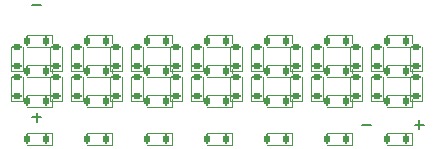
<source format=gto>
G04 #@! TF.GenerationSoftware,KiCad,Pcbnew,(6.0.0)*
G04 #@! TF.CreationDate,2022-11-09T00:21:30-05:00*
G04 #@! TF.ProjectId,0603 display board,30363033-2064-4697-9370-6c617920626f,rev?*
G04 #@! TF.SameCoordinates,Original*
G04 #@! TF.FileFunction,Legend,Top*
G04 #@! TF.FilePolarity,Positive*
%FSLAX46Y46*%
G04 Gerber Fmt 4.6, Leading zero omitted, Abs format (unit mm)*
G04 Created by KiCad (PCBNEW (6.0.0)) date 2022-11-09 00:21:30*
%MOMM*%
%LPD*%
G01*
G04 APERTURE LIST*
G04 Aperture macros list*
%AMRoundRect*
0 Rectangle with rounded corners*
0 $1 Rounding radius*
0 $2 $3 $4 $5 $6 $7 $8 $9 X,Y pos of 4 corners*
0 Add a 4 corners polygon primitive as box body*
4,1,4,$2,$3,$4,$5,$6,$7,$8,$9,$2,$3,0*
0 Add four circle primitives for the rounded corners*
1,1,$1+$1,$2,$3*
1,1,$1+$1,$4,$5*
1,1,$1+$1,$6,$7*
1,1,$1+$1,$8,$9*
0 Add four rect primitives between the rounded corners*
20,1,$1+$1,$2,$3,$4,$5,0*
20,1,$1+$1,$4,$5,$6,$7,0*
20,1,$1+$1,$6,$7,$8,$9,0*
20,1,$1+$1,$8,$9,$2,$3,0*%
G04 Aperture macros list end*
%ADD10C,0.150000*%
%ADD11C,0.120000*%
%ADD12RoundRect,0.125000X0.275000X-0.125000X0.275000X0.125000X-0.275000X0.125000X-0.275000X-0.125000X0*%
%ADD13RoundRect,0.125000X0.125000X0.275000X-0.125000X0.275000X-0.125000X-0.275000X0.125000X-0.275000X0*%
%ADD14R,1.700000X1.700000*%
%ADD15O,1.700000X1.700000*%
G04 APERTURE END LIST*
D10*
X134874047Y-83256428D02*
X135635952Y-83256428D01*
X134874047Y-92781428D02*
X135635952Y-92781428D01*
X135255000Y-93162380D02*
X135255000Y-92400476D01*
X167259047Y-93416428D02*
X168020952Y-93416428D01*
X167640000Y-93797380D02*
X167640000Y-93035476D01*
X162814047Y-93416428D02*
X163575952Y-93416428D01*
D11*
X148336000Y-91440000D02*
X149352000Y-91440000D01*
X149352000Y-91440000D02*
X149352000Y-89370000D01*
X148336000Y-89370000D02*
X148336000Y-91440000D01*
X141605000Y-94107000D02*
X139535000Y-94107000D01*
X141605000Y-95123000D02*
X141605000Y-94107000D01*
X139535000Y-95123000D02*
X141605000Y-95123000D01*
X154775000Y-89408000D02*
X156845000Y-89408000D01*
X156845000Y-88392000D02*
X154775000Y-88392000D01*
X156845000Y-89408000D02*
X156845000Y-88392000D01*
X167005000Y-95123000D02*
X167005000Y-94107000D01*
X167005000Y-94107000D02*
X164935000Y-94107000D01*
X164935000Y-95123000D02*
X167005000Y-95123000D01*
X151765000Y-90932000D02*
X149695000Y-90932000D01*
X151765000Y-91948000D02*
X151765000Y-90932000D01*
X149695000Y-91948000D02*
X151765000Y-91948000D01*
X157734000Y-88900000D02*
X157734000Y-86830000D01*
X156718000Y-86830000D02*
X156718000Y-88900000D01*
X156718000Y-88900000D02*
X157734000Y-88900000D01*
X136525000Y-95123000D02*
X136525000Y-94107000D01*
X136525000Y-94107000D02*
X134455000Y-94107000D01*
X134455000Y-95123000D02*
X136525000Y-95123000D01*
X148336000Y-86830000D02*
X148336000Y-88900000D01*
X149352000Y-88900000D02*
X149352000Y-86830000D01*
X148336000Y-88900000D02*
X149352000Y-88900000D01*
X134455000Y-91948000D02*
X136525000Y-91948000D01*
X136525000Y-90932000D02*
X134455000Y-90932000D01*
X136525000Y-91948000D02*
X136525000Y-90932000D01*
X137414000Y-91440000D02*
X137414000Y-89370000D01*
X136398000Y-91440000D02*
X137414000Y-91440000D01*
X136398000Y-89370000D02*
X136398000Y-91440000D01*
X167005000Y-91948000D02*
X167005000Y-90932000D01*
X167005000Y-90932000D02*
X164935000Y-90932000D01*
X164935000Y-91948000D02*
X167005000Y-91948000D01*
X146558000Y-86830000D02*
X146558000Y-88900000D01*
X147574000Y-88900000D02*
X147574000Y-86830000D01*
X146558000Y-88900000D02*
X147574000Y-88900000D01*
X156845000Y-95123000D02*
X156845000Y-94107000D01*
X154775000Y-95123000D02*
X156845000Y-95123000D01*
X156845000Y-94107000D02*
X154775000Y-94107000D01*
X143256000Y-86830000D02*
X143256000Y-88900000D01*
X144272000Y-88900000D02*
X144272000Y-86830000D01*
X143256000Y-88900000D02*
X144272000Y-88900000D01*
X167005000Y-86868000D02*
X167005000Y-85852000D01*
X167005000Y-85852000D02*
X164935000Y-85852000D01*
X164935000Y-86868000D02*
X167005000Y-86868000D01*
X146685000Y-90932000D02*
X144615000Y-90932000D01*
X144615000Y-91948000D02*
X146685000Y-91948000D01*
X146685000Y-91948000D02*
X146685000Y-90932000D01*
X149695000Y-89408000D02*
X151765000Y-89408000D01*
X151765000Y-88392000D02*
X149695000Y-88392000D01*
X151765000Y-89408000D02*
X151765000Y-88392000D01*
X158496000Y-88900000D02*
X159512000Y-88900000D01*
X159512000Y-88900000D02*
X159512000Y-86830000D01*
X158496000Y-86830000D02*
X158496000Y-88900000D01*
X133096000Y-91440000D02*
X134112000Y-91440000D01*
X134112000Y-91440000D02*
X134112000Y-89370000D01*
X133096000Y-89370000D02*
X133096000Y-91440000D01*
X136525000Y-88392000D02*
X134455000Y-88392000D01*
X134455000Y-89408000D02*
X136525000Y-89408000D01*
X136525000Y-89408000D02*
X136525000Y-88392000D01*
X146685000Y-94107000D02*
X144615000Y-94107000D01*
X146685000Y-95123000D02*
X146685000Y-94107000D01*
X144615000Y-95123000D02*
X146685000Y-95123000D01*
X162814000Y-91440000D02*
X162814000Y-89370000D01*
X161798000Y-91440000D02*
X162814000Y-91440000D01*
X161798000Y-89370000D02*
X161798000Y-91440000D01*
X149695000Y-86868000D02*
X151765000Y-86868000D01*
X151765000Y-85852000D02*
X149695000Y-85852000D01*
X151765000Y-86868000D02*
X151765000Y-85852000D01*
X151638000Y-89370000D02*
X151638000Y-91440000D01*
X151638000Y-91440000D02*
X152654000Y-91440000D01*
X152654000Y-91440000D02*
X152654000Y-89370000D01*
X144272000Y-91440000D02*
X144272000Y-89370000D01*
X143256000Y-89370000D02*
X143256000Y-91440000D01*
X143256000Y-91440000D02*
X144272000Y-91440000D01*
X146685000Y-86868000D02*
X146685000Y-85852000D01*
X146685000Y-85852000D02*
X144615000Y-85852000D01*
X144615000Y-86868000D02*
X146685000Y-86868000D01*
X159855000Y-95123000D02*
X161925000Y-95123000D01*
X161925000Y-94107000D02*
X159855000Y-94107000D01*
X161925000Y-95123000D02*
X161925000Y-94107000D01*
X139192000Y-91440000D02*
X139192000Y-89370000D01*
X138176000Y-91440000D02*
X139192000Y-91440000D01*
X138176000Y-89370000D02*
X138176000Y-91440000D01*
X163576000Y-86830000D02*
X163576000Y-88900000D01*
X164592000Y-88900000D02*
X164592000Y-86830000D01*
X163576000Y-88900000D02*
X164592000Y-88900000D01*
X154432000Y-88900000D02*
X154432000Y-86830000D01*
X153416000Y-88900000D02*
X154432000Y-88900000D01*
X153416000Y-86830000D02*
X153416000Y-88900000D01*
X166878000Y-86830000D02*
X166878000Y-88900000D01*
X167894000Y-88900000D02*
X167894000Y-86830000D01*
X166878000Y-88900000D02*
X167894000Y-88900000D01*
X156845000Y-90932000D02*
X154775000Y-90932000D01*
X156845000Y-91948000D02*
X156845000Y-90932000D01*
X154775000Y-91948000D02*
X156845000Y-91948000D01*
X151765000Y-95123000D02*
X151765000Y-94107000D01*
X151765000Y-94107000D02*
X149695000Y-94107000D01*
X149695000Y-95123000D02*
X151765000Y-95123000D01*
X139535000Y-86868000D02*
X141605000Y-86868000D01*
X141605000Y-86868000D02*
X141605000Y-85852000D01*
X141605000Y-85852000D02*
X139535000Y-85852000D01*
X136525000Y-86868000D02*
X136525000Y-85852000D01*
X134455000Y-86868000D02*
X136525000Y-86868000D01*
X136525000Y-85852000D02*
X134455000Y-85852000D01*
X157734000Y-91440000D02*
X157734000Y-89370000D01*
X156718000Y-91440000D02*
X157734000Y-91440000D01*
X156718000Y-89370000D02*
X156718000Y-91440000D01*
X133096000Y-86830000D02*
X133096000Y-88900000D01*
X133096000Y-88900000D02*
X134112000Y-88900000D01*
X134112000Y-88900000D02*
X134112000Y-86830000D01*
X166878000Y-91440000D02*
X167894000Y-91440000D01*
X166878000Y-89370000D02*
X166878000Y-91440000D01*
X167894000Y-91440000D02*
X167894000Y-89370000D01*
X141605000Y-88392000D02*
X139535000Y-88392000D01*
X141605000Y-89408000D02*
X141605000Y-88392000D01*
X139535000Y-89408000D02*
X141605000Y-89408000D01*
X161925000Y-90932000D02*
X159855000Y-90932000D01*
X159855000Y-91948000D02*
X161925000Y-91948000D01*
X161925000Y-91948000D02*
X161925000Y-90932000D01*
X146685000Y-89408000D02*
X146685000Y-88392000D01*
X144615000Y-89408000D02*
X146685000Y-89408000D01*
X146685000Y-88392000D02*
X144615000Y-88392000D01*
X151638000Y-88900000D02*
X152654000Y-88900000D01*
X151638000Y-86830000D02*
X151638000Y-88900000D01*
X152654000Y-88900000D02*
X152654000Y-86830000D01*
X162814000Y-88900000D02*
X162814000Y-86830000D01*
X161798000Y-86830000D02*
X161798000Y-88900000D01*
X161798000Y-88900000D02*
X162814000Y-88900000D01*
X158496000Y-89370000D02*
X158496000Y-91440000D01*
X159512000Y-91440000D02*
X159512000Y-89370000D01*
X158496000Y-91440000D02*
X159512000Y-91440000D01*
X141478000Y-91440000D02*
X142494000Y-91440000D01*
X142494000Y-91440000D02*
X142494000Y-89370000D01*
X141478000Y-89370000D02*
X141478000Y-91440000D01*
X146558000Y-89370000D02*
X146558000Y-91440000D01*
X147574000Y-91440000D02*
X147574000Y-89370000D01*
X146558000Y-91440000D02*
X147574000Y-91440000D01*
X142494000Y-88900000D02*
X142494000Y-86830000D01*
X141478000Y-88900000D02*
X142494000Y-88900000D01*
X141478000Y-86830000D02*
X141478000Y-88900000D01*
X161925000Y-89408000D02*
X161925000Y-88392000D01*
X161925000Y-88392000D02*
X159855000Y-88392000D01*
X159855000Y-89408000D02*
X161925000Y-89408000D01*
X136398000Y-86830000D02*
X136398000Y-88900000D01*
X136398000Y-88900000D02*
X137414000Y-88900000D01*
X137414000Y-88900000D02*
X137414000Y-86830000D01*
X163576000Y-91440000D02*
X164592000Y-91440000D01*
X163576000Y-89370000D02*
X163576000Y-91440000D01*
X164592000Y-91440000D02*
X164592000Y-89370000D01*
X139192000Y-88900000D02*
X139192000Y-86830000D01*
X138176000Y-88900000D02*
X139192000Y-88900000D01*
X138176000Y-86830000D02*
X138176000Y-88900000D01*
X154432000Y-91440000D02*
X154432000Y-89370000D01*
X153416000Y-89370000D02*
X153416000Y-91440000D01*
X153416000Y-91440000D02*
X154432000Y-91440000D01*
X161925000Y-86868000D02*
X161925000Y-85852000D01*
X159855000Y-86868000D02*
X161925000Y-86868000D01*
X161925000Y-85852000D02*
X159855000Y-85852000D01*
X164935000Y-89408000D02*
X167005000Y-89408000D01*
X167005000Y-88392000D02*
X164935000Y-88392000D01*
X167005000Y-89408000D02*
X167005000Y-88392000D01*
X156845000Y-86868000D02*
X156845000Y-85852000D01*
X154775000Y-86868000D02*
X156845000Y-86868000D01*
X156845000Y-85852000D02*
X154775000Y-85852000D01*
X141605000Y-90932000D02*
X139535000Y-90932000D01*
X139535000Y-91948000D02*
X141605000Y-91948000D01*
X141605000Y-91948000D02*
X141605000Y-90932000D01*
%LPC*%
D12*
X148844000Y-90957500D03*
X148844000Y-89382500D03*
D13*
X141122500Y-94615000D03*
X139547500Y-94615000D03*
X156362500Y-88900000D03*
X154787500Y-88900000D03*
X166522500Y-94615000D03*
X164947500Y-94615000D03*
X151282500Y-91440000D03*
X149707500Y-91440000D03*
D12*
X157226000Y-88417500D03*
X157226000Y-86842500D03*
D13*
X136042500Y-94615000D03*
X134467500Y-94615000D03*
D12*
X148844000Y-88417500D03*
X148844000Y-86842500D03*
D13*
X136042500Y-91440000D03*
X134467500Y-91440000D03*
D12*
X136906000Y-90957500D03*
X136906000Y-89382500D03*
D13*
X166522500Y-91440000D03*
X164947500Y-91440000D03*
D12*
X147066000Y-88417500D03*
X147066000Y-86842500D03*
D13*
X156362500Y-94615000D03*
X154787500Y-94615000D03*
D12*
X143764000Y-88417500D03*
X143764000Y-86842500D03*
D13*
X166522500Y-86360000D03*
X164947500Y-86360000D03*
X146202500Y-91440000D03*
X144627500Y-91440000D03*
X151282500Y-88900000D03*
X149707500Y-88900000D03*
D12*
X159004000Y-88417500D03*
X159004000Y-86842500D03*
X133604000Y-90957500D03*
X133604000Y-89382500D03*
D13*
X136042500Y-88900000D03*
X134467500Y-88900000D03*
X146202500Y-94615000D03*
X144627500Y-94615000D03*
D12*
X162306000Y-90957500D03*
X162306000Y-89382500D03*
D13*
X151282500Y-86360000D03*
X149707500Y-86360000D03*
D12*
X152146000Y-90957500D03*
X152146000Y-89382500D03*
X143764000Y-90957500D03*
X143764000Y-89382500D03*
D13*
X146202500Y-86360000D03*
X144627500Y-86360000D03*
X161442500Y-94615000D03*
X159867500Y-94615000D03*
D12*
X138684000Y-90957500D03*
X138684000Y-89382500D03*
X164084000Y-88417500D03*
X164084000Y-86842500D03*
X153924000Y-88417500D03*
X153924000Y-86842500D03*
X167386000Y-88417500D03*
X167386000Y-86842500D03*
D13*
X156362500Y-91440000D03*
X154787500Y-91440000D03*
X151282500Y-94615000D03*
X149707500Y-94615000D03*
X141122500Y-86360000D03*
X139547500Y-86360000D03*
X136042500Y-86360000D03*
X134467500Y-86360000D03*
D12*
X157226000Y-90957500D03*
X157226000Y-89382500D03*
X133604000Y-88417500D03*
X133604000Y-86842500D03*
X167386000Y-90957500D03*
X167386000Y-89382500D03*
D13*
X141122500Y-88900000D03*
X139547500Y-88900000D03*
X161442500Y-91440000D03*
X159867500Y-91440000D03*
X146202500Y-88900000D03*
X144627500Y-88900000D03*
D12*
X152146000Y-88417500D03*
X152146000Y-86842500D03*
X162306000Y-88417500D03*
X162306000Y-86842500D03*
X159004000Y-90957500D03*
X159004000Y-89382500D03*
X141986000Y-90957500D03*
X141986000Y-89382500D03*
X147066000Y-90957500D03*
X147066000Y-89382500D03*
X141986000Y-88417500D03*
X141986000Y-86842500D03*
D13*
X161442500Y-88900000D03*
X159867500Y-88900000D03*
D12*
X136906000Y-88417500D03*
X136906000Y-86842500D03*
X164084000Y-90957500D03*
X164084000Y-89382500D03*
X138684000Y-88417500D03*
X138684000Y-86842500D03*
X153924000Y-90957500D03*
X153924000Y-89382500D03*
D13*
X161442500Y-86360000D03*
X159867500Y-86360000D03*
X166522500Y-88900000D03*
X164947500Y-88900000D03*
X156362500Y-86360000D03*
X154787500Y-86360000D03*
X141122500Y-91440000D03*
X139547500Y-91440000D03*
D14*
X166885000Y-98400000D03*
D15*
X164345000Y-98400000D03*
X161805000Y-98400000D03*
X159265000Y-98400000D03*
X156725000Y-98400000D03*
X154185000Y-98400000D03*
X151645000Y-98400000D03*
X149105000Y-98400000D03*
X146565000Y-98400000D03*
X144025000Y-98400000D03*
X141485000Y-98400000D03*
X138945000Y-98400000D03*
X136405000Y-98400000D03*
X133865000Y-98400000D03*
D14*
X166885000Y-84550000D03*
D15*
X164345000Y-84550000D03*
X161805000Y-84550000D03*
X159265000Y-84550000D03*
X156725000Y-84550000D03*
X154185000Y-84550000D03*
X151645000Y-84550000D03*
X149105000Y-84550000D03*
X146565000Y-84550000D03*
X144025000Y-84550000D03*
X141485000Y-84550000D03*
X138945000Y-84550000D03*
X136405000Y-84550000D03*
X133865000Y-84550000D03*
M02*

</source>
